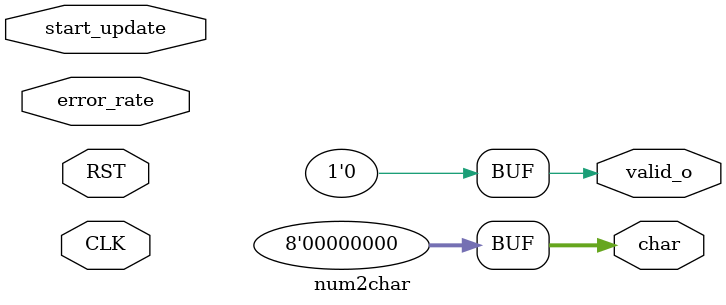
<source format=v>

module num2char
  (
   input        CLK,
   input        RST,

   input        start_update,
   input [31:0] error_rate,

   output [7:0] char,
   output       valid_o
   );

   assign char = 8'd0;
   assign valid_o = 1'b0;

endmodule

</source>
